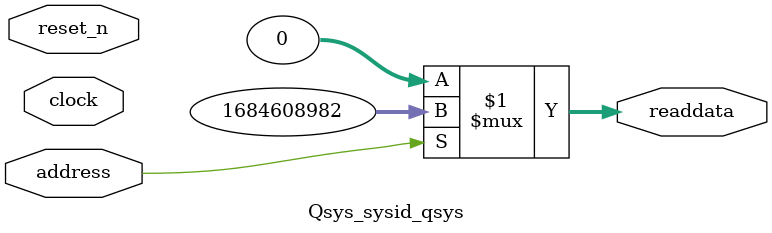
<source format=v>



// synthesis translate_off
`timescale 1ns / 1ps
// synthesis translate_on

// turn off superfluous verilog processor warnings 
// altera message_level Level1 
// altera message_off 10034 10035 10036 10037 10230 10240 10030 

module Qsys_sysid_qsys (
               // inputs:
                address,
                clock,
                reset_n,

               // outputs:
                readdata
             )
;

  output  [ 31: 0] readdata;
  input            address;
  input            clock;
  input            reset_n;

  wire    [ 31: 0] readdata;
  //control_slave, which is an e_avalon_slave
  assign readdata = address ? 1684608982 : 0;

endmodule



</source>
